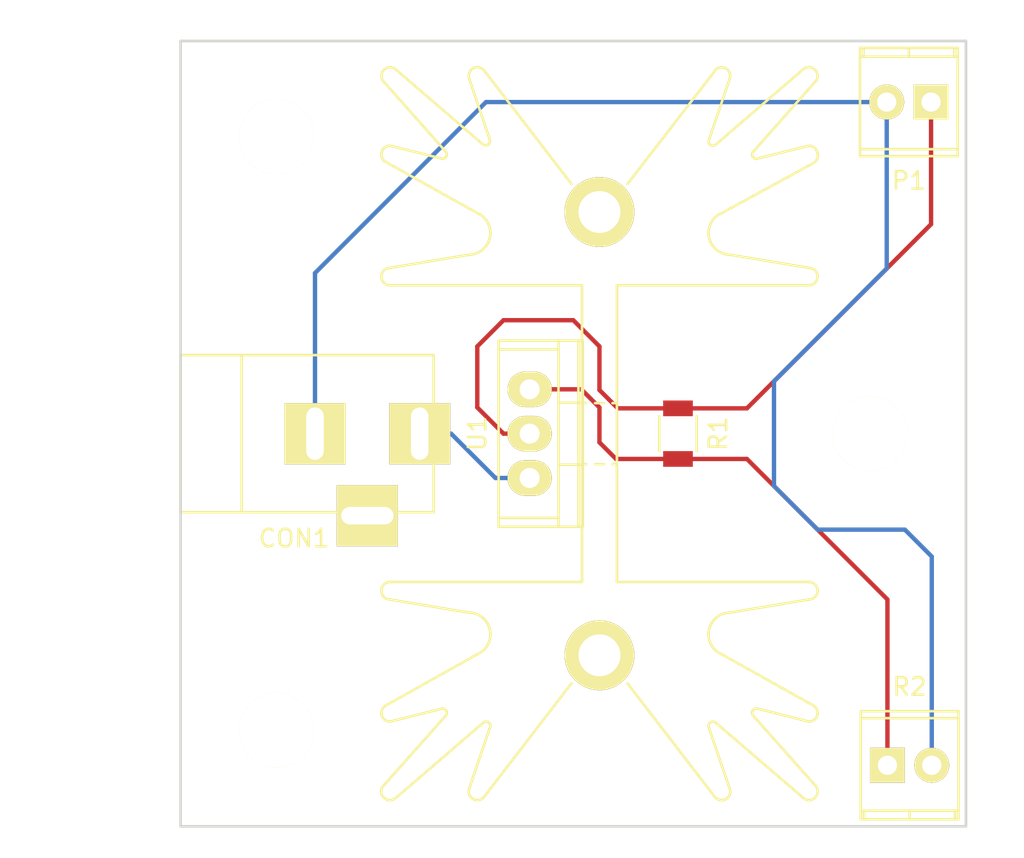
<source format=kicad_pcb>
(kicad_pcb (version 4) (host pcbnew 4.0.2-stable)

  (general
    (links 7)
    (no_connects 0)
    (area 90.924999 87.424999 136.075001 132.575001)
    (thickness 1.6)
    (drawings 4)
    (tracks 33)
    (zones 0)
    (modules 9)
    (nets 6)
  )

  (page A4)
  (layers
    (0 F.Cu signal)
    (31 B.Cu signal)
    (32 B.Adhes user)
    (33 F.Adhes user)
    (34 B.Paste user)
    (35 F.Paste user)
    (36 B.SilkS user)
    (37 F.SilkS user)
    (38 B.Mask user)
    (39 F.Mask user)
    (40 Dwgs.User user)
    (41 Cmts.User user)
    (42 Eco1.User user)
    (43 Eco2.User user)
    (44 Edge.Cuts user)
    (45 Margin user)
    (46 B.CrtYd user)
    (47 F.CrtYd user)
    (48 B.Fab user)
    (49 F.Fab user)
  )

  (setup
    (last_trace_width 0.25)
    (trace_clearance 0.2)
    (zone_clearance 0.508)
    (zone_45_only no)
    (trace_min 0.2)
    (segment_width 0.2)
    (edge_width 0.15)
    (via_size 0.6)
    (via_drill 0.4)
    (via_min_size 0.4)
    (via_min_drill 0.3)
    (uvia_size 0.3)
    (uvia_drill 0.1)
    (uvias_allowed no)
    (uvia_min_size 0.2)
    (uvia_min_drill 0.1)
    (pcb_text_width 0.3)
    (pcb_text_size 1.5 1.5)
    (mod_edge_width 0.15)
    (mod_text_size 1 1)
    (mod_text_width 0.15)
    (pad_size 1.524 1.524)
    (pad_drill 0.762)
    (pad_to_mask_clearance 0.2)
    (aux_axis_origin 91 132.5)
    (visible_elements FFFFFFFF)
    (pcbplotparams
      (layerselection 0x00030_80000001)
      (usegerberextensions true)
      (usegerberattributes true)
      (excludeedgelayer false)
      (linewidth 0.100000)
      (plotframeref false)
      (viasonmask false)
      (mode 1)
      (useauxorigin true)
      (hpglpennumber 1)
      (hpglpenspeed 20)
      (hpglpendiameter 15)
      (hpglpenoverlay 2)
      (psnegative false)
      (psa4output false)
      (plotreference true)
      (plotvalue true)
      (plotinvisibletext false)
      (padsonsilk false)
      (subtractmaskfromsilk false)
      (outputformat 1)
      (mirror false)
      (drillshape 0)
      (scaleselection 1)
      (outputdirectory ""))
  )

  (net 0 "")
  (net 1 "Net-(CON1-Pad1)")
  (net 2 "Net-(CON1-Pad2)")
  (net 3 "Net-(CON1-Pad3)")
  (net 4 "Net-(P1-Pad1)")
  (net 5 "Net-(R1-Pad2)")

  (net_class Default "This is the default net class."
    (clearance 0.2)
    (trace_width 0.25)
    (via_dia 0.6)
    (via_drill 0.4)
    (uvia_dia 0.3)
    (uvia_drill 0.1)
    (add_net "Net-(CON1-Pad1)")
    (add_net "Net-(CON1-Pad2)")
    (add_net "Net-(CON1-Pad3)")
    (add_net "Net-(P1-Pad1)")
    (add_net "Net-(R1-Pad2)")
  )

  (module custom:Heatsink_Ohmite_F-42x25mm_2xDrill2.4mm (layer F.Cu) (tedit 571AEAEF) (tstamp 571AB3EC)
    (at 115 110 270)
    (fp_text reference REF** (at 0 -2 270) (layer F.SilkS) hide
      (effects (font (size 1 1) (thickness 0.15)))
    )
    (fp_text value Heatsink_Fischer_SK129-STS_42x25mm_2xDrill2.5mm (at -0.5 33.5 270) (layer F.Fab)
      (effects (font (size 1 1) (thickness 0.15)))
    )
    (fp_line (start 20.8 -6.6) (end 14.3 -1.6) (layer F.SilkS) (width 0.15))
    (fp_line (start 20.8 6.6) (end 14.3 1.6) (layer F.SilkS) (width 0.15))
    (fp_line (start -20.8 6.6) (end -14.3 1.6) (layer F.SilkS) (width 0.15))
    (fp_line (start -20.7 -6.55) (end -14.3 -1.6) (layer F.SilkS) (width 0.15))
    (fp_arc (start 16 9) (end 15.75 9.05) (angle 90) (layer F.SilkS) (width 0.15))
    (fp_arc (start 16 9) (end 15.85 8.8) (angle 90) (layer F.SilkS) (width 0.15))
    (fp_arc (start 16.75 6.5) (end 16.6 6.7) (angle 90) (layer F.SilkS) (width 0.15))
    (fp_arc (start 16.75 6.5) (end 16.55 6.35) (angle 90) (layer F.SilkS) (width 0.15))
    (fp_arc (start 16.75 -6.5) (end 16.8 -6.25) (angle 90) (layer F.SilkS) (width 0.15))
    (fp_arc (start 16.75 -6.5) (end 16.55 -6.35) (angle 90) (layer F.SilkS) (width 0.15))
    (fp_arc (start 16 -9) (end 16.15 -8.8) (angle 90) (layer F.SilkS) (width 0.15))
    (fp_arc (start 16 -9) (end 15.95 -8.75) (angle 90) (layer F.SilkS) (width 0.15))
    (fp_arc (start 20.5 -12) (end 20.9 -12.3) (angle 90) (layer F.SilkS) (width 0.15))
    (fp_arc (start 20.5 -12) (end 20.2 -12.4) (angle 90) (layer F.SilkS) (width 0.15))
    (fp_arc (start 20.5 -7) (end 20.9 -7.3) (angle 90) (layer F.SilkS) (width 0.15))
    (fp_arc (start 20.5 -7) (end 20.45 -7.5) (angle 90) (layer F.SilkS) (width 0.15))
    (fp_arc (start 20.5 7) (end 20.95 7.2) (angle 90) (layer F.SilkS) (width 0.15))
    (fp_arc (start 20.5 7) (end 20.8 6.6) (angle 90) (layer F.SilkS) (width 0.15))
    (fp_arc (start 20.5 12) (end 20.9 11.7) (angle 90) (layer F.SilkS) (width 0.15))
    (fp_arc (start 20.5 12.05) (end 20.85 12.35) (angle 90) (layer F.SilkS) (width 0.15))
    (fp_line (start 16.15 8.8) (end 20.2 12.4) (layer F.SilkS) (width 0.15))
    (fp_line (start 16.5 12) (end 15.75 9) (layer F.SilkS) (width 0.15))
    (fp_line (start 16.6 6.7) (end 20.9 11.7) (layer F.SilkS) (width 0.15))
    (fp_line (start 16.9 6.3) (end 20.3 7.45) (layer F.SilkS) (width 0.15))
    (fp_line (start 16.8 -6.25) (end 20.45 -7.5) (layer F.SilkS) (width 0.15))
    (fp_line (start 16.55 -6.65) (end 20.8 -11.6) (layer F.SilkS) (width 0.15))
    (fp_line (start 16.15 -8.8) (end 20.2 -12.4) (layer F.SilkS) (width 0.15))
    (fp_line (start 16.5 -12) (end 15.75 -9.05) (layer F.SilkS) (width 0.15))
    (fp_arc (start -16.75 -6.5) (end -16.55 -6.35) (angle 90) (layer F.SilkS) (width 0.15))
    (fp_arc (start -16.75 -6.5) (end -16.55 -6.65) (angle 90) (layer F.SilkS) (width 0.15))
    (fp_arc (start -16 -9) (end -15.85 -8.8) (angle 90) (layer F.SilkS) (width 0.15))
    (fp_arc (start -16 -9) (end -15.75 -9.05) (angle 90) (layer F.SilkS) (width 0.15))
    (fp_arc (start -16.75 6.5) (end -16.65 6.3) (angle 90) (layer F.SilkS) (width 0.15))
    (fp_arc (start -16.75 6.5) (end -16.85 6.3) (angle 90) (layer F.SilkS) (width 0.15))
    (fp_arc (start -16 9) (end -15.95 8.75) (angle 90) (layer F.SilkS) (width 0.15))
    (fp_arc (start -16 9) (end -16.15 8.8) (angle 90) (layer F.SilkS) (width 0.15))
    (fp_line (start 8.5 12) (end 8.5 1) (layer F.SilkS) (width 0.15))
    (fp_arc (start -20.5 -7) (end -20.95 -7.2) (angle 90) (layer F.SilkS) (width 0.15))
    (fp_arc (start -20.5 -7) (end -20.7 -6.55) (angle 90) (layer F.SilkS) (width 0.15))
    (fp_arc (start -20.5 -12) (end -20.9 -12.3) (angle 90) (layer F.SilkS) (width 0.15))
    (fp_arc (start -20.5 -12) (end -20.9 -11.7) (angle 90) (layer F.SilkS) (width 0.15))
    (fp_line (start -16.9 -6.3) (end -20.3 -7.45) (layer F.SilkS) (width 0.15))
    (fp_arc (start -20.5 12) (end -20.15 12.35) (angle 90) (layer F.SilkS) (width 0.15))
    (fp_arc (start -20.5 12) (end -20.85 12.35) (angle 90) (layer F.SilkS) (width 0.15))
    (fp_arc (start -20.5 7) (end -20.3 7.45) (angle 90) (layer F.SilkS) (width 0.15))
    (fp_arc (start -20.5 7) (end -20.9 7.3) (angle 90) (layer F.SilkS) (width 0.15))
    (fp_line (start -8.5 12) (end -8.5 1) (layer F.SilkS) (width 0.15))
    (fp_line (start -20.3 7.45) (end -16.9 6.3) (layer F.SilkS) (width 0.15))
    (fp_line (start -20.85 11.65) (end -16.55 6.65) (layer F.SilkS) (width 0.15))
    (fp_line (start -20.1 12.3) (end -16.15 8.8) (layer F.SilkS) (width 0.15))
    (fp_line (start -16.5 12) (end -15.75 9) (layer F.SilkS) (width 0.15))
    (fp_line (start -16.55 -6.65) (end -20.9 -11.7) (layer F.SilkS) (width 0.15))
    (fp_line (start -16.2 -8.85) (end -20.15 -12.35) (layer F.SilkS) (width 0.15))
    (fp_line (start -8.5 -12) (end -8.5 -1) (layer F.SilkS) (width 0.15))
    (fp_line (start 8.5 -12) (end 8.5 -1) (layer F.SilkS) (width 0.15))
    (fp_line (start -15.75 -9) (end -16.5 -12) (layer F.SilkS) (width 0.15))
    (fp_line (start 15.55 12.2) (end 12.5 6.75) (layer F.SilkS) (width 0.15))
    (fp_arc (start 16 12) (end 16.2 12.45) (angle 90) (layer F.SilkS) (width 0.15))
    (fp_line (start -15.6 12.3) (end -12.5 6.75) (layer F.SilkS) (width 0.15))
    (fp_arc (start -16 12) (end -15.6 12.3) (angle 90) (layer F.SilkS) (width 0.15))
    (fp_line (start -15.5 -12.25) (end -12.5 -6.75) (layer F.SilkS) (width 0.15))
    (fp_arc (start -15.95 -12) (end -16.2 -12.45) (angle 90) (layer F.SilkS) (width 0.15))
    (fp_line (start 12.5 -6.75) (end 15.6 -12.3) (layer F.SilkS) (width 0.15))
    (fp_arc (start 16 -12) (end 15.6 -12.3) (angle 90) (layer F.SilkS) (width 0.15))
    (fp_arc (start 11.5 7.5) (end 10.75 6.5) (angle 90) (layer F.SilkS) (width 0.15))
    (fp_arc (start 11.5 7.5) (end 10.25 7.5) (angle 90) (layer F.SilkS) (width 0.15))
    (fp_arc (start -11.5 7.5) (end -11.5 6.25) (angle 90) (layer F.SilkS) (width 0.15))
    (fp_arc (start -11.5 7.5) (end -12.5 6.75) (angle 90) (layer F.SilkS) (width 0.15))
    (fp_arc (start -11.5 -7.5) (end -10.75 -6.5) (angle 90) (layer F.SilkS) (width 0.15))
    (fp_arc (start -11.5 -7.5) (end -10.25 -7.5) (angle 90) (layer F.SilkS) (width 0.15))
    (fp_arc (start 11.5 -7.5) (end 12.5 -6.75) (angle 90) (layer F.SilkS) (width 0.15))
    (fp_arc (start 11.5 -7.5) (end 11.5 -6.25) (angle 90) (layer F.SilkS) (width 0.15))
    (fp_line (start 10.25 7.5) (end 9.5 12) (layer F.SilkS) (width 0.15))
    (fp_line (start -10.25 7.5) (end -9.5 12) (layer F.SilkS) (width 0.15))
    (fp_line (start 9.5 -12) (end 10.25 -7.5) (layer F.SilkS) (width 0.15))
    (fp_line (start -9.5 -12) (end -10.25 -7.5) (layer F.SilkS) (width 0.15))
    (fp_arc (start -16 -12) (end -16.5 -12) (angle 90) (layer F.SilkS) (width 0.15))
    (fp_arc (start 16 -12) (end 16 -12.5) (angle 90) (layer F.SilkS) (width 0.15))
    (fp_arc (start 16 12) (end 16.5 12) (angle 90) (layer F.SilkS) (width 0.15))
    (fp_arc (start -16 12) (end -16 12.5) (angle 90) (layer F.SilkS) (width 0.15))
    (fp_arc (start -9 -12) (end -9.5 -12) (angle 90) (layer F.SilkS) (width 0.15))
    (fp_arc (start -9 -12) (end -9 -12.5) (angle 90) (layer F.SilkS) (width 0.15))
    (fp_arc (start -9 12) (end -9 12.5) (angle 90) (layer F.SilkS) (width 0.15))
    (fp_arc (start -9 12) (end -8.5 12) (angle 90) (layer F.SilkS) (width 0.15))
    (fp_arc (start 9 12) (end 9.5 12) (angle 90) (layer F.SilkS) (width 0.15))
    (fp_arc (start 9 12) (end 9 12.5) (angle 90) (layer F.SilkS) (width 0.15))
    (fp_arc (start 9 -12) (end 9 -12.5) (angle 90) (layer F.SilkS) (width 0.15))
    (fp_arc (start 9 -12) (end 8.5 -12) (angle 90) (layer F.SilkS) (width 0.15))
    (fp_line (start 1.75 -0.25) (end 1.75 0.25) (layer F.SilkS) (width 0.15))
    (fp_line (start -1.75 -0.25) (end -1.75 0.25) (layer F.SilkS) (width 0.15))
    (fp_line (start 1.75 0.75) (end 1.75 1) (layer F.SilkS) (width 0.15))
    (fp_line (start -1.75 1) (end -1.75 0.75) (layer F.SilkS) (width 0.15))
    (fp_line (start 1.75 -1) (end 1.75 -0.75) (layer F.SilkS) (width 0.15))
    (fp_line (start -1.75 -1) (end -1.75 -0.75) (layer F.SilkS) (width 0.15))
    (fp_line (start 8.5 1) (end -8.5 1) (layer F.SilkS) (width 0.15))
    (fp_line (start -8.5 -1) (end 8.5 -1) (layer F.SilkS) (width 0.15))
    (pad 1 thru_hole circle (at -12.7 0 270) (size 4 4) (drill 2.4) (layers *.Cu *.Mask F.SilkS))
    (pad 1 thru_hole circle (at 12.7 0 270) (size 4 4) (drill 2.4) (layers *.Cu *.Mask F.SilkS))
  )

  (module Connect:BARREL_JACK (layer F.Cu) (tedit 571AC38A) (tstamp 571A9B58)
    (at 98.5 110)
    (descr "DC Barrel Jack")
    (tags "Power Jack")
    (path /571A816F)
    (fp_text reference CON1 (at -1 6 180) (layer F.SilkS)
      (effects (font (size 1 1) (thickness 0.15)))
    )
    (fp_text value BARREL_JACK (at 0 -5.99948) (layer F.Fab)
      (effects (font (size 1 1) (thickness 0.15)))
    )
    (fp_line (start -4.0005 -4.50088) (end -4.0005 4.50088) (layer F.SilkS) (width 0.15))
    (fp_line (start -7.50062 -4.50088) (end -7.50062 4.50088) (layer F.SilkS) (width 0.15))
    (fp_line (start -7.50062 4.50088) (end 7.00024 4.50088) (layer F.SilkS) (width 0.15))
    (fp_line (start 7.00024 4.50088) (end 7.00024 -4.50088) (layer F.SilkS) (width 0.15))
    (fp_line (start 7.00024 -4.50088) (end -7.50062 -4.50088) (layer F.SilkS) (width 0.15))
    (pad 1 thru_hole rect (at 6.20014 0) (size 3.50012 3.50012) (drill oval 1.00076 2.99974) (layers *.Cu *.Mask F.SilkS)
      (net 1 "Net-(CON1-Pad1)"))
    (pad 2 thru_hole rect (at 0.20066 0) (size 3.50012 3.50012) (drill oval 1.00076 2.99974) (layers *.Cu *.Mask F.SilkS)
      (net 2 "Net-(CON1-Pad2)"))
    (pad 3 thru_hole rect (at 3.2004 4.699) (size 3.50012 3.50012) (drill oval 2.99974 1.00076) (layers *.Cu *.Mask F.SilkS)
      (net 3 "Net-(CON1-Pad3)"))
  )

  (module Resistors_SMD:R_1206 (layer F.Cu) (tedit 5415CFA7) (tstamp 571A9B64)
    (at 119.5 110 270)
    (descr "Resistor SMD 1206, reflow soldering, Vishay (see dcrcw.pdf)")
    (tags "resistor 1206")
    (path /571A830A)
    (attr smd)
    (fp_text reference R1 (at 0 -2.3 270) (layer F.SilkS)
      (effects (font (size 1 1) (thickness 0.15)))
    )
    (fp_text value R (at 0 2.3 270) (layer F.Fab)
      (effects (font (size 1 1) (thickness 0.15)))
    )
    (fp_line (start -2.2 -1.2) (end 2.2 -1.2) (layer F.CrtYd) (width 0.05))
    (fp_line (start -2.2 1.2) (end 2.2 1.2) (layer F.CrtYd) (width 0.05))
    (fp_line (start -2.2 -1.2) (end -2.2 1.2) (layer F.CrtYd) (width 0.05))
    (fp_line (start 2.2 -1.2) (end 2.2 1.2) (layer F.CrtYd) (width 0.05))
    (fp_line (start 1 1.075) (end -1 1.075) (layer F.SilkS) (width 0.15))
    (fp_line (start -1 -1.075) (end 1 -1.075) (layer F.SilkS) (width 0.15))
    (pad 1 smd rect (at -1.45 0 270) (size 0.9 1.7) (layers F.Cu F.Paste F.Mask)
      (net 4 "Net-(P1-Pad1)"))
    (pad 2 smd rect (at 1.45 0 270) (size 0.9 1.7) (layers F.Cu F.Paste F.Mask)
      (net 5 "Net-(R1-Pad2)"))
    (model Resistors_SMD.3dshapes/R_1206.wrl
      (at (xyz 0 0 0))
      (scale (xyz 1 1 1))
      (rotate (xyz 0 0 0))
    )
  )

  (module Power_Integrations:TO-220 (layer F.Cu) (tedit 571ABB1C) (tstamp 571A9B71)
    (at 111 110 270)
    (descr "Non Isolated JEDEC TO-220 Package")
    (tags "Power Integration YN Package")
    (path /571A7FF4)
    (fp_text reference U1 (at 0 3 270) (layer F.SilkS)
      (effects (font (size 1 1) (thickness 0.15)))
    )
    (fp_text value LM317T (at 0 -4.318 270) (layer F.Fab)
      (effects (font (size 1 1) (thickness 0.15)))
    )
    (fp_line (start 4.826 -1.651) (end 4.826 1.778) (layer F.SilkS) (width 0.15))
    (fp_line (start -4.826 -1.651) (end -4.826 1.778) (layer F.SilkS) (width 0.15))
    (fp_line (start 5.334 -2.794) (end -5.334 -2.794) (layer F.SilkS) (width 0.15))
    (fp_line (start 1.778 -1.778) (end 1.778 -3.048) (layer F.SilkS) (width 0.15))
    (fp_line (start -1.778 -1.778) (end -1.778 -3.048) (layer F.SilkS) (width 0.15))
    (fp_line (start -5.334 -1.651) (end 5.334 -1.651) (layer F.SilkS) (width 0.15))
    (fp_line (start 5.334 1.778) (end -5.334 1.778) (layer F.SilkS) (width 0.15))
    (fp_line (start -5.334 -3.048) (end -5.334 1.778) (layer F.SilkS) (width 0.15))
    (fp_line (start 5.334 -3.048) (end 5.334 1.778) (layer F.SilkS) (width 0.15))
    (fp_line (start 5.334 -3.048) (end -5.334 -3.048) (layer F.SilkS) (width 0.15))
    (pad 2 thru_hole oval (at 0 0 270) (size 2.032 2.54) (drill 1.143) (layers *.Cu *.Mask F.SilkS)
      (net 4 "Net-(P1-Pad1)"))
    (pad 3 thru_hole oval (at 2.54 0 270) (size 2.032 2.54) (drill 1.143) (layers *.Cu *.Mask F.SilkS)
      (net 1 "Net-(CON1-Pad1)"))
    (pad 1 thru_hole oval (at -2.54 0 270) (size 2.032 2.54) (drill 1.143) (layers *.Cu *.Mask F.SilkS)
      (net 5 "Net-(R1-Pad2)"))
  )

  (module Mounting_Holes:MountingHole_4.3mm_M4_ISO7380 (layer F.Cu) (tedit 571AC362) (tstamp 571AC092)
    (at 96.5 93)
    (descr "Mounting Hole 4.3mm, no annular, M4, ISO7380")
    (tags "mounting hole 4.3mm no annular m4 iso7380")
    (fp_text reference REF** (at 0 -4.8) (layer F.SilkS) hide
      (effects (font (size 1 1) (thickness 0.15)))
    )
    (fp_text value MountingHole_4.3mm_M4_ISO7380 (at 0.5 -7) (layer F.Fab)
      (effects (font (size 1 1) (thickness 0.15)))
    )
    (fp_circle (center 0 0) (end 3.8 0) (layer Cmts.User) (width 0.15))
    (fp_circle (center 0 0) (end 4.05 0) (layer F.CrtYd) (width 0.05))
    (pad 1 np_thru_hole circle (at 0 0) (size 4.3 4.3) (drill 4.3) (layers *.Cu *.Mask F.SilkS))
  )

  (module Mounting_Holes:MountingHole_4.3mm_M4_ISO7380 (layer F.Cu) (tedit 571AC36C) (tstamp 571AC109)
    (at 96.5 127)
    (descr "Mounting Hole 4.3mm, no annular, M4, ISO7380")
    (tags "mounting hole 4.3mm no annular m4 iso7380")
    (fp_text reference REF** (at 0 -4.8) (layer F.SilkS) hide
      (effects (font (size 1 1) (thickness 0.15)))
    )
    (fp_text value MountingHole_4.3mm_M4_ISO7380 (at 0 6.5) (layer F.Fab)
      (effects (font (size 1 1) (thickness 0.15)))
    )
    (fp_circle (center 0 0) (end 3.8 0) (layer Cmts.User) (width 0.15))
    (fp_circle (center 0 0) (end 4.05 0) (layer F.CrtYd) (width 0.05))
    (pad 1 np_thru_hole circle (at 0 0) (size 4.3 4.3) (drill 4.3) (layers *.Cu *.Mask F.SilkS))
  )

  (module Mounting_Holes:MountingHole_4.3mm_M4_ISO7380 (layer F.Cu) (tedit 571AC501) (tstamp 571AC314)
    (at 130.5 110)
    (descr "Mounting Hole 4.3mm, no annular, M4, ISO7380")
    (tags "mounting hole 4.3mm no annular m4 iso7380")
    (fp_text reference REF** (at 0 -4.8) (layer F.SilkS) hide
      (effects (font (size 1 1) (thickness 0.15)))
    )
    (fp_text value MountingHole_4.3mm_M4_ISO7380 (at 8 0 90) (layer F.Fab)
      (effects (font (size 1 1) (thickness 0.15)))
    )
    (fp_circle (center 0 0) (end 3.8 0) (layer Cmts.User) (width 0.15))
    (fp_circle (center 0 0) (end 4.05 0) (layer F.CrtYd) (width 0.05))
    (pad 1 np_thru_hole circle (at 0 0) (size 4.3 4.3) (drill 4.3) (layers *.Cu *.Mask F.SilkS))
  )

  (module Terminal_Blocks:TerminalBlock_Pheonix_MPT-2.54mm_2pol (layer F.Cu) (tedit 0) (tstamp 571A9B6A)
    (at 131.5 129)
    (descr "2-way 2.54mm pitch terminal block, Phoenix MPT series")
    (path /571A828B)
    (fp_text reference R2 (at 1.27 -4.50088) (layer F.SilkS)
      (effects (font (size 1 1) (thickness 0.15)))
    )
    (fp_text value RVAR (at 1.27 4.50088) (layer F.Fab)
      (effects (font (size 1 1) (thickness 0.15)))
    )
    (fp_line (start -1.7 -3.3) (end 4.3 -3.3) (layer F.CrtYd) (width 0.05))
    (fp_line (start -1.7 3.3) (end -1.7 -3.3) (layer F.CrtYd) (width 0.05))
    (fp_line (start 4.3 3.3) (end -1.7 3.3) (layer F.CrtYd) (width 0.05))
    (fp_line (start 4.3 -3.3) (end 4.3 3.3) (layer F.CrtYd) (width 0.05))
    (fp_line (start 4.06908 2.60096) (end -1.52908 2.60096) (layer F.SilkS) (width 0.15))
    (fp_line (start -1.33096 3.0988) (end -1.33096 2.60096) (layer F.SilkS) (width 0.15))
    (fp_line (start 3.87096 2.60096) (end 3.87096 3.0988) (layer F.SilkS) (width 0.15))
    (fp_line (start 1.27 3.0988) (end 1.27 2.60096) (layer F.SilkS) (width 0.15))
    (fp_line (start -1.52908 -2.70002) (end 4.06908 -2.70002) (layer F.SilkS) (width 0.15))
    (fp_line (start -1.52908 3.0988) (end 4.06908 3.0988) (layer F.SilkS) (width 0.15))
    (fp_line (start 4.06908 3.0988) (end 4.06908 -3.0988) (layer F.SilkS) (width 0.15))
    (fp_line (start 4.06908 -3.0988) (end -1.52908 -3.0988) (layer F.SilkS) (width 0.15))
    (fp_line (start -1.52908 -3.0988) (end -1.52908 3.0988) (layer F.SilkS) (width 0.15))
    (pad 2 thru_hole oval (at 2.54 0) (size 1.99898 1.99898) (drill 1.09728) (layers *.Cu *.Mask F.SilkS)
      (net 2 "Net-(CON1-Pad2)"))
    (pad 1 thru_hole rect (at 0 0) (size 1.99898 1.99898) (drill 1.09728) (layers *.Cu *.Mask F.SilkS)
      (net 5 "Net-(R1-Pad2)"))
    (model Terminal_Blocks.3dshapes/TerminalBlock_Pheonix_MPT-2.54mm_2pol.wrl
      (at (xyz 0.05 0 0))
      (scale (xyz 1 1 1))
      (rotate (xyz 0 0 0))
    )
  )

  (module Terminal_Blocks:TerminalBlock_Pheonix_MPT-2.54mm_2pol (layer F.Cu) (tedit 0) (tstamp 571A9B5E)
    (at 134 91 180)
    (descr "2-way 2.54mm pitch terminal block, Phoenix MPT series")
    (path /571A8378)
    (fp_text reference P1 (at 1.27 -4.50088 180) (layer F.SilkS)
      (effects (font (size 1 1) (thickness 0.15)))
    )
    (fp_text value CONN_01X02 (at 1.27 4.50088 180) (layer F.Fab)
      (effects (font (size 1 1) (thickness 0.15)))
    )
    (fp_line (start -1.7 -3.3) (end 4.3 -3.3) (layer F.CrtYd) (width 0.05))
    (fp_line (start -1.7 3.3) (end -1.7 -3.3) (layer F.CrtYd) (width 0.05))
    (fp_line (start 4.3 3.3) (end -1.7 3.3) (layer F.CrtYd) (width 0.05))
    (fp_line (start 4.3 -3.3) (end 4.3 3.3) (layer F.CrtYd) (width 0.05))
    (fp_line (start 4.06908 2.60096) (end -1.52908 2.60096) (layer F.SilkS) (width 0.15))
    (fp_line (start -1.33096 3.0988) (end -1.33096 2.60096) (layer F.SilkS) (width 0.15))
    (fp_line (start 3.87096 2.60096) (end 3.87096 3.0988) (layer F.SilkS) (width 0.15))
    (fp_line (start 1.27 3.0988) (end 1.27 2.60096) (layer F.SilkS) (width 0.15))
    (fp_line (start -1.52908 -2.70002) (end 4.06908 -2.70002) (layer F.SilkS) (width 0.15))
    (fp_line (start -1.52908 3.0988) (end 4.06908 3.0988) (layer F.SilkS) (width 0.15))
    (fp_line (start 4.06908 3.0988) (end 4.06908 -3.0988) (layer F.SilkS) (width 0.15))
    (fp_line (start 4.06908 -3.0988) (end -1.52908 -3.0988) (layer F.SilkS) (width 0.15))
    (fp_line (start -1.52908 -3.0988) (end -1.52908 3.0988) (layer F.SilkS) (width 0.15))
    (pad 2 thru_hole oval (at 2.54 0 180) (size 1.99898 1.99898) (drill 1.09728) (layers *.Cu *.Mask F.SilkS)
      (net 2 "Net-(CON1-Pad2)"))
    (pad 1 thru_hole rect (at 0 0 180) (size 1.99898 1.99898) (drill 1.09728) (layers *.Cu *.Mask F.SilkS)
      (net 4 "Net-(P1-Pad1)"))
    (model Terminal_Blocks.3dshapes/TerminalBlock_Pheonix_MPT-2.54mm_2pol.wrl
      (at (xyz 0.05 0 0))
      (scale (xyz 1 1 1))
      (rotate (xyz 0 0 0))
    )
  )

  (gr_line (start 136 87.5) (end 91 87.5) (angle 90) (layer Edge.Cuts) (width 0.15))
  (gr_line (start 136 132.5) (end 136 87.5) (angle 90) (layer Edge.Cuts) (width 0.15))
  (gr_line (start 91 132.5) (end 136 132.5) (angle 90) (layer Edge.Cuts) (width 0.15))
  (gr_line (start 91 87.5) (end 91 132.5) (angle 90) (layer Edge.Cuts) (width 0.15))

  (segment (start 104.70014 110) (end 106.5 110) (width 0.25) (layer B.Cu) (net 1))
  (segment (start 109.04 112.54) (end 111 112.54) (width 0.25) (layer B.Cu) (net 1) (tstamp 571AC71E))
  (segment (start 106.5 110) (end 109.04 112.54) (width 0.25) (layer B.Cu) (net 1) (tstamp 571AC713))
  (segment (start 98.70066 110) (end 98.70066 100.79934) (width 0.25) (layer B.Cu) (net 2))
  (segment (start 108.5 91) (end 131.46 91) (width 0.25) (layer B.Cu) (net 2) (tstamp 571C5D60))
  (segment (start 98.70066 100.79934) (end 108.5 91) (width 0.25) (layer B.Cu) (net 2) (tstamp 571C5D5E))
  (segment (start 134.04 129) (end 134.04 117.04) (width 0.25) (layer B.Cu) (net 2))
  (segment (start 131.46 100.54) (end 131.46 91) (width 0.25) (layer B.Cu) (net 2) (tstamp 571C5D4F))
  (segment (start 125 107) (end 131.46 100.54) (width 0.25) (layer B.Cu) (net 2) (tstamp 571C5D4D))
  (segment (start 125 113) (end 125 107) (width 0.25) (layer B.Cu) (net 2) (tstamp 571C5D4B))
  (segment (start 127.5 115.5) (end 125 113) (width 0.25) (layer B.Cu) (net 2) (tstamp 571C5D49))
  (segment (start 132.5 115.5) (end 127.5 115.5) (width 0.25) (layer B.Cu) (net 2) (tstamp 571C5D47))
  (segment (start 134.04 117.04) (end 132.5 115.5) (width 0.25) (layer B.Cu) (net 2) (tstamp 571C5D45))
  (segment (start 111 110) (end 109.5 110) (width 0.25) (layer F.Cu) (net 4))
  (segment (start 116.05 108.55) (end 119.5 108.55) (width 0.25) (layer F.Cu) (net 4) (tstamp 571C5D87))
  (segment (start 115 107.5) (end 116.05 108.55) (width 0.25) (layer F.Cu) (net 4) (tstamp 571C5D85))
  (segment (start 115 105) (end 115 107.5) (width 0.25) (layer F.Cu) (net 4) (tstamp 571C5D83))
  (segment (start 113.5 103.5) (end 115 105) (width 0.25) (layer F.Cu) (net 4) (tstamp 571C5D81))
  (segment (start 109.5 103.5) (end 113.5 103.5) (width 0.25) (layer F.Cu) (net 4) (tstamp 571C5D7F))
  (segment (start 108 105) (end 109.5 103.5) (width 0.25) (layer F.Cu) (net 4) (tstamp 571C5D7D))
  (segment (start 108 108.5) (end 108 105) (width 0.25) (layer F.Cu) (net 4) (tstamp 571C5D7B))
  (segment (start 109.5 110) (end 108 108.5) (width 0.25) (layer F.Cu) (net 4) (tstamp 571C5D79))
  (segment (start 119.5 108.55) (end 123.45 108.55) (width 0.25) (layer F.Cu) (net 4))
  (segment (start 134 98) (end 134 91) (width 0.25) (layer F.Cu) (net 4) (tstamp 571C5D66))
  (segment (start 123.45 108.55) (end 134 98) (width 0.25) (layer F.Cu) (net 4) (tstamp 571C5D64))
  (segment (start 111 107.46) (end 113.96 107.46) (width 0.25) (layer F.Cu) (net 5))
  (segment (start 115.95 111.45) (end 119.5 111.45) (width 0.25) (layer F.Cu) (net 5) (tstamp 571C5D76))
  (segment (start 115 110.5) (end 115.95 111.45) (width 0.25) (layer F.Cu) (net 5) (tstamp 571C5D74))
  (segment (start 115 108.5) (end 115 110.5) (width 0.25) (layer F.Cu) (net 5) (tstamp 571C5D72))
  (segment (start 113.96 107.46) (end 115 108.5) (width 0.25) (layer F.Cu) (net 5) (tstamp 571C5D70))
  (segment (start 119.5 111.45) (end 123.45 111.45) (width 0.25) (layer F.Cu) (net 5))
  (segment (start 131.5 119.5) (end 131.5 129) (width 0.25) (layer F.Cu) (net 5) (tstamp 571C5D6C))
  (segment (start 123.45 111.45) (end 131.5 119.5) (width 0.25) (layer F.Cu) (net 5) (tstamp 571C5D6A))

)

</source>
